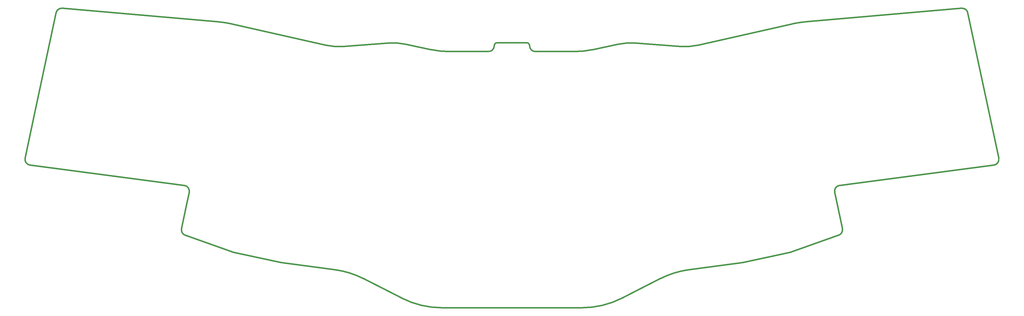
<source format=gbr>
%TF.GenerationSoftware,KiCad,Pcbnew,7.0.2*%
%TF.CreationDate,2024-09-11T18:36:25+10:00*%
%TF.ProjectId,keyboard,6b657962-6f61-4726-942e-6b696361645f,v1.0.0*%
%TF.SameCoordinates,Original*%
%TF.FileFunction,Profile,NP*%
%FSLAX46Y46*%
G04 Gerber Fmt 4.6, Leading zero omitted, Abs format (unit mm)*
G04 Created by KiCad (PCBNEW 7.0.2) date 2024-09-11 18:36:25*
%MOMM*%
%LPD*%
G01*
G04 APERTURE LIST*
%TA.AperFunction,Profile*%
%ADD10C,0.500000*%
%TD*%
G04 APERTURE END LIST*
D10*
X46949916Y-138633167D02*
G75*
G03*
X48645672Y-141031950I1956284J-415833D01*
G01*
X113015326Y-92267712D02*
X59593868Y-87595131D01*
X272586365Y-176646913D02*
X290958229Y-174164972D01*
X367463697Y-89194470D02*
X377972218Y-138633173D01*
X59593869Y-87595114D02*
G75*
G03*
X57463307Y-89171701I-174269J-1992386D01*
G01*
X184994122Y-101691014D02*
X176328714Y-99849125D01*
X204461081Y-102346581D02*
G75*
G03*
X206461081Y-100346586I-81J2000081D01*
G01*
X376276489Y-141031938D02*
G75*
G03*
X377972218Y-138633173I-260689J1983038D01*
G01*
X49930543Y-124610564D02*
X57458466Y-89194470D01*
X269841152Y-100615717D02*
G75*
G03*
X275724363Y-100176198I1467948J19945517D01*
G01*
X170702528Y-99466022D02*
X155081010Y-100615704D01*
X323509191Y-164924178D02*
G75*
G03*
X324797996Y-162622988I-667391J1885278D01*
G01*
X290958229Y-174164972D02*
X307097665Y-170734429D01*
X102740070Y-150316129D02*
X101838590Y-154557261D01*
X100124116Y-162622977D02*
G75*
G03*
X101412985Y-164924142I1956284J-415823D01*
G01*
X48645672Y-141031950D02*
X101044343Y-147917352D01*
X100124167Y-162622988D02*
X101838590Y-154557261D01*
X133963934Y-174164972D02*
X117824498Y-170734429D01*
X191231472Y-102346586D02*
X204461081Y-102346586D01*
X149197800Y-100176199D02*
X117024203Y-92893786D01*
X117024204Y-92893781D02*
G75*
G03*
X113015326Y-92267712I-6623004J-29260819D01*
G01*
X149197803Y-100176187D02*
G75*
G03*
X155081010Y-100615703I4415297J19506587D01*
G01*
X220461081Y-102346586D02*
X233690691Y-102346586D01*
X272586364Y-176646908D02*
G75*
G03*
X262983006Y-179646651I4016236J-29729492D01*
G01*
X212461081Y-99346586D02*
X217461081Y-99346586D01*
X323877812Y-147917301D02*
G75*
G03*
X322182093Y-150316129I260488J-1982899D01*
G01*
X307097665Y-170734429D02*
X323509178Y-164924142D01*
X376276491Y-141031950D02*
X323877819Y-147917352D01*
X311906837Y-92267707D02*
G75*
G03*
X307897959Y-92893787I2614063J-29885993D01*
G01*
X175032419Y-186317990D02*
G75*
G03*
X188652130Y-189587803I13619781J26730390D01*
G01*
X175032415Y-186317998D02*
X161939157Y-179646650D01*
X184994123Y-101691008D02*
G75*
G03*
X191231472Y-102346586I6237377J29344408D01*
G01*
X102740084Y-150316132D02*
G75*
G03*
X101044343Y-147917352I-1956284J415832D01*
G01*
X239928041Y-101691014D02*
X248593449Y-99849125D01*
X254219635Y-99466022D02*
X269841153Y-100615704D01*
X367463697Y-89194470D02*
X367458857Y-89171701D01*
X57458466Y-89194470D02*
X57463306Y-89171701D01*
X212461081Y-99346586D02*
X207461081Y-99346586D01*
X236270032Y-189587818D02*
G75*
G03*
X249889747Y-186317998I-132J30000418D01*
G01*
X324797996Y-162622988D02*
X322182092Y-150316129D01*
X367458878Y-89171697D02*
G75*
G03*
X365328294Y-87595131I-1956278J-415803D01*
G01*
X207461081Y-99346581D02*
G75*
G03*
X206461081Y-100346586I-81J-999919D01*
G01*
X311906837Y-92267712D02*
X365328294Y-87595131D01*
X218461014Y-100346586D02*
G75*
G03*
X220461081Y-102346586I1999986J-14D01*
G01*
X233690691Y-102346576D02*
G75*
G03*
X239928041Y-101691013I109J29999376D01*
G01*
X188652130Y-189587803D02*
X236270032Y-189587803D01*
X152335798Y-176646913D02*
X133963934Y-174164972D01*
X49930543Y-124610564D02*
X46949945Y-138633173D01*
X117824498Y-170734429D02*
X101412985Y-164924142D01*
X176328716Y-99849116D02*
G75*
G03*
X170702528Y-99466023I-4158216J-19563184D01*
G01*
X275724363Y-100176199D02*
X307897959Y-92893786D01*
X254219635Y-99466022D02*
G75*
G03*
X248593449Y-99849126I-1467935J-19946278D01*
G01*
X161939154Y-179646656D02*
G75*
G03*
X152335798Y-176646914I-13619654J-26729944D01*
G01*
X249889747Y-186317998D02*
X262983006Y-179646650D01*
X218461014Y-100346586D02*
G75*
G03*
X217461081Y-99346586I-1000014J-14D01*
G01*
M02*

</source>
